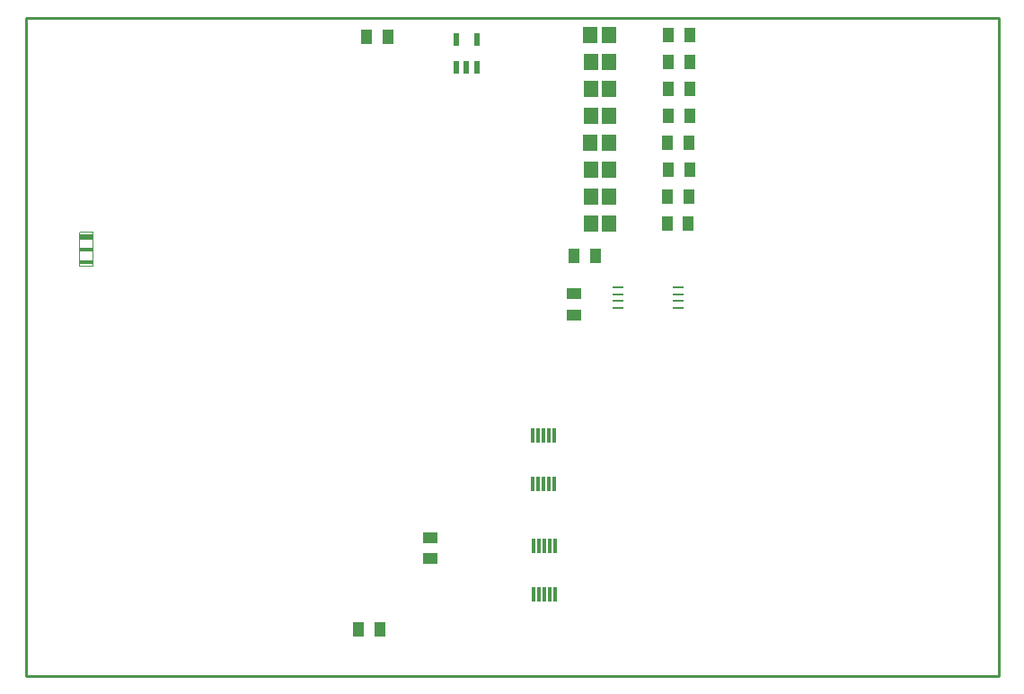
<source format=gtp>
%FSTAX24Y24*%
%MOIN*%
%SFA1B1*%

%IPPOS*%
%ADD10R,0.044000X0.056000*%
%ADD11R,0.022000X0.048000*%
%ADD12R,0.056000X0.044000*%
%ADD13R,0.052000X0.060000*%
%ADD14R,0.012000X0.057000*%
%ADD15R,0.040000X0.010000*%
%ADD16C,0.010000*%
%ADD18R,0.001000X0.129300*%
%ADD19R,0.001000X0.001000*%
%ADD20R,0.001000X0.017000*%
%ADD21R,0.001000X0.016400*%
%ADD22R,0.001000X0.016300*%
%ADD23R,0.001000X0.000900*%
%ADD24R,0.001300X0.001000*%
%ADD25R,0.001300X0.017000*%
%ADD26R,0.001300X0.016400*%
%ADD27R,0.001300X0.016300*%
%ADD28R,0.001300X0.000900*%
%ADD29R,0.000900X0.001000*%
%ADD30R,0.000900X0.017000*%
%ADD31R,0.000900X0.016400*%
%ADD32R,0.000900X0.016300*%
%ADD33R,0.000900X0.000900*%
%ADD34R,0.000900X0.129300*%
%LNshield2gen-1*%
%LPD*%
G54D10*
X034394Y04005D03*
X0336D03*
X045594Y0401D03*
X0448D03*
X045594Y0391D03*
X0448D03*
X045594Y0381D03*
X0448D03*
X0456Y0371D03*
X044806D03*
X04555Y0361D03*
X044756D03*
X0456Y0351D03*
X044806D03*
X04555Y0341D03*
X044756D03*
X045544Y0331D03*
X04475D03*
X033306Y01805D03*
X0341D03*
X041306Y0319D03*
X0421D03*
G54D11*
X036926Y038888D03*
X0373D03*
X03768D03*
Y03992D03*
X036926D03*
G54D12*
X03595Y020656D03*
Y02145D03*
X0413Y030494D03*
Y0297D03*
G54D13*
X04191Y0401D03*
X042585D03*
X041925Y0391D03*
X0426D03*
X041925Y0381D03*
X0426D03*
X041925Y0371D03*
X0426D03*
X04191Y036107D03*
X042585D03*
X041925Y0351D03*
X0426D03*
X041925Y0341D03*
X0426D03*
X041925Y0331D03*
X0426D03*
G54D14*
X03975Y02525D03*
X03995D03*
X04035D03*
X04015D03*
X04055D03*
Y02345D03*
X04035D03*
X04015D03*
X03995D03*
X03975D03*
X0398Y02115D03*
X04D03*
X0404D03*
X0402D03*
X0406D03*
Y01935D03*
X0404D03*
X0402D03*
X04D03*
X0398D03*
G54D15*
X045158Y029966D03*
Y030222D03*
Y03048D03*
Y03074D03*
X04294D03*
Y03048D03*
Y030222D03*
Y029966D03*
G54D16*
X02095Y0163D02*
Y04075D01*
Y0163D02*
X05705D01*
Y04075*
D01*
X02095D02*
X05705D01*
G54D18*
X022975Y032143D03*
G54D19*
X022985Y032785D03*
X022995D03*
X023005D03*
X023015D03*
X023025D03*
X023035D03*
X023045D03*
X023055D03*
X023065D03*
X023075D03*
X023085D03*
X023095D03*
X023105D03*
X023115D03*
X023125D03*
X023135D03*
X023145D03*
X023155D03*
X023165D03*
X023175D03*
X023185D03*
X023195D03*
X023205D03*
G54D20*
X022985Y032615D03*
X022995D03*
X023005D03*
X023015D03*
X023025D03*
X023035D03*
X023045D03*
X023055D03*
X023065D03*
X023075D03*
X023085D03*
X023095D03*
X023105D03*
X023115D03*
X023125D03*
X023135D03*
X023145D03*
X023155D03*
X023165D03*
X023175D03*
X023185D03*
X023195D03*
X023205D03*
G54D21*
X022985Y032138D03*
X022995D03*
X023005D03*
X023015D03*
X023025D03*
X023035D03*
X023045D03*
X023055D03*
X023065D03*
X023075D03*
X023085D03*
X023095D03*
X023105D03*
X023115D03*
X023125D03*
X023135D03*
X023145D03*
X023155D03*
X023165D03*
X023175D03*
X023185D03*
X023195D03*
X023205D03*
G54D22*
X022985Y031665D03*
X022995D03*
X023005D03*
X023015D03*
X023025D03*
X023035D03*
X023045D03*
X023055D03*
X023065D03*
X023075D03*
X023085D03*
X023095D03*
X023105D03*
X023115D03*
X023125D03*
X023135D03*
X023145D03*
X023155D03*
X023165D03*
X023175D03*
X023185D03*
X023195D03*
X023205D03*
G54D23*
X022985Y031501D03*
X022995D03*
X023005D03*
X023015D03*
X023025D03*
X023035D03*
X023045D03*
X023055D03*
X023065D03*
X023075D03*
X023085D03*
X023095D03*
X023105D03*
X023115D03*
X023125D03*
X023135D03*
X023145D03*
X023155D03*
X023165D03*
X023175D03*
X023185D03*
X023195D03*
X023205D03*
G54D24*
X023216Y032785D03*
G54D25*
X023216Y032615D03*
G54D26*
X023216Y032138D03*
G54D27*
X023216Y031665D03*
G54D28*
X023216Y031501D03*
G54D29*
X023227Y032785D03*
X023236D03*
X023244D03*
X023253D03*
X023262D03*
X02327D03*
X023279D03*
X023287D03*
X023296D03*
X023305D03*
X023313D03*
X023322D03*
X02333D03*
X023339D03*
X023348D03*
X023356D03*
X023365D03*
X023373D03*
X023382D03*
X023391D03*
X023399D03*
X023408D03*
X023416D03*
X023425D03*
X023434D03*
X023442D03*
X023451D03*
X023459D03*
G54D30*
X023227Y032615D03*
X023236D03*
X023244D03*
X023253D03*
X023262D03*
X02327D03*
X023279D03*
X023287D03*
X023296D03*
X023305D03*
X023313D03*
X023322D03*
X02333D03*
X023339D03*
X023348D03*
X023356D03*
X023365D03*
X023373D03*
X023382D03*
X023391D03*
X023399D03*
X023408D03*
X023416D03*
X023425D03*
X023434D03*
X023442D03*
X023451D03*
X023459D03*
G54D31*
X023227Y032138D03*
X023236D03*
X023244D03*
X023253D03*
X023262D03*
X02327D03*
X023279D03*
X023287D03*
X023296D03*
X023305D03*
X023313D03*
X023322D03*
X02333D03*
X023339D03*
X023348D03*
X023356D03*
X023365D03*
X023373D03*
X023382D03*
X023391D03*
X023399D03*
X023408D03*
X023416D03*
X023425D03*
X023434D03*
X023442D03*
X023451D03*
X023459D03*
G54D32*
X023227Y031665D03*
X023236D03*
X023244D03*
X023253D03*
X023262D03*
X02327D03*
X023279D03*
X023287D03*
X023296D03*
X023304D03*
X023313D03*
X023322D03*
X02333D03*
X023339D03*
X023347D03*
X023356D03*
X023365D03*
X023373D03*
X023382D03*
X023391D03*
X023399D03*
X023408D03*
X023416D03*
X023425D03*
X023433D03*
X023442D03*
X023451D03*
X023459D03*
G54D33*
X023227Y031501D03*
X023236D03*
X023244D03*
X023253D03*
X023262D03*
X02327D03*
X023279D03*
X023287D03*
X023296D03*
X023305D03*
X023313D03*
X023322D03*
X02333D03*
X023339D03*
X023348D03*
X023356D03*
X023365D03*
X023373D03*
X023382D03*
X023391D03*
X023399D03*
X023408D03*
X023416D03*
X023425D03*
X023434D03*
X023442D03*
X023451D03*
X023459D03*
G54D34*
X023468Y032143D03*
M02*
</source>
